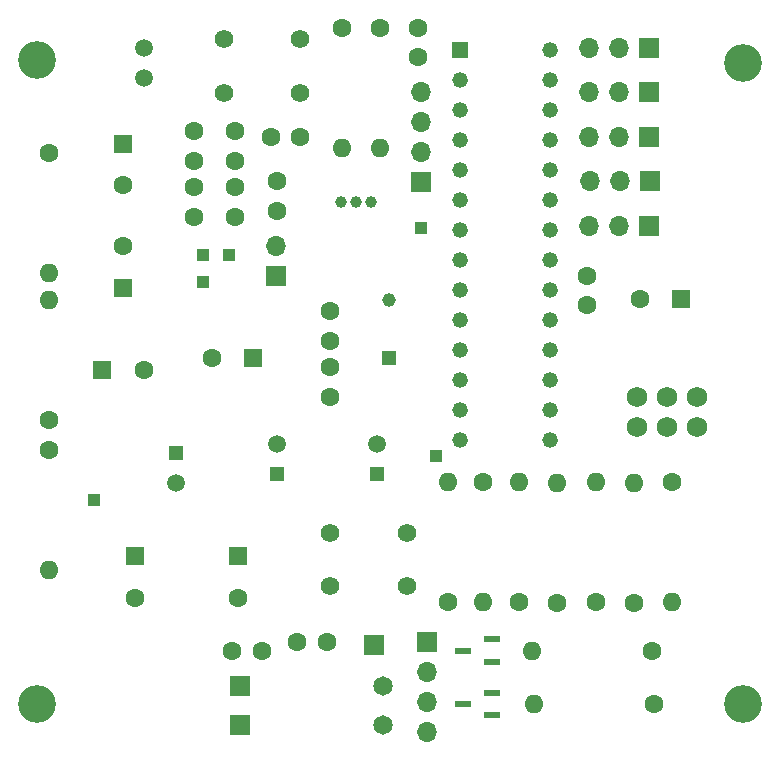
<source format=gbr>
%TF.GenerationSoftware,KiCad,Pcbnew,8.0.5*%
%TF.CreationDate,2024-09-27T23:03:38+12:00*%
%TF.ProjectId,LFR Blake Design 1,4c465220-426c-4616-9b65-204465736967,3*%
%TF.SameCoordinates,Original*%
%TF.FileFunction,Soldermask,Top*%
%TF.FilePolarity,Negative*%
%FSLAX46Y46*%
G04 Gerber Fmt 4.6, Leading zero omitted, Abs format (unit mm)*
G04 Created by KiCad (PCBNEW 8.0.5) date 2024-09-27 23:03:38*
%MOMM*%
%LPD*%
G01*
G04 APERTURE LIST*
%ADD10C,1.600000*%
%ADD11R,1.600000X1.600000*%
%ADD12R,1.700000X1.700000*%
%ADD13O,1.700000X1.700000*%
%ADD14R,1.200000X1.200000*%
%ADD15C,1.500000*%
%ADD16R,1.651000X1.651000*%
%ADD17C,1.651000*%
%ADD18O,1.600000X1.600000*%
%ADD19R,1.320800X0.508000*%
%ADD20C,3.200000*%
%ADD21R,1.000000X1.000000*%
%ADD22C,1.575000*%
%ADD23R,1.155000X1.155000*%
%ADD24C,1.155000*%
%ADD25R,1.320800X1.320800*%
%ADD26C,1.320800*%
%ADD27C,1.000000*%
%ADD28C,1.752600*%
G04 APERTURE END LIST*
D10*
%TO.C,C19*%
X155250000Y-114250000D03*
X152750000Y-114250000D03*
%TD*%
D11*
%TO.C,EC17*%
X154500000Y-89500000D03*
D10*
X151000000Y-89500000D03*
%TD*%
D12*
%TO.C,J7*%
X188025000Y-78250000D03*
D13*
X185485000Y-78250000D03*
X182945000Y-78250000D03*
%TD*%
D14*
%TO.C,D2*%
X148000000Y-97500000D03*
D15*
X148000000Y-100040000D03*
%TD*%
D16*
%TO.C,D9*%
X153403300Y-120500000D03*
D17*
X165493700Y-120500000D03*
%TD*%
D10*
%TO.C,R2*%
X137250000Y-94750000D03*
D18*
X137250000Y-84590000D03*
%TD*%
D19*
%TO.C,U3*%
X174693800Y-119700001D03*
X174693800Y-117799999D03*
X172306200Y-118750000D03*
%TD*%
D20*
%TO.C,H2*%
X196000000Y-64500000D03*
%TD*%
D10*
%TO.C,R4*%
X171000000Y-110160000D03*
D18*
X171000000Y-100000000D03*
%TD*%
D16*
%TO.C,D8*%
X153403300Y-117250000D03*
D17*
X165493700Y-117250000D03*
%TD*%
D20*
%TO.C,H4*%
X196000000Y-118750000D03*
%TD*%
D21*
%TO.C,TP6*%
X150250000Y-83000000D03*
%TD*%
D10*
%TO.C,C2*%
X156500000Y-77000000D03*
X156500000Y-74500000D03*
%TD*%
D11*
%TO.C,EC20*%
X153250000Y-106250000D03*
D10*
X153250000Y-109750000D03*
%TD*%
D11*
%TO.C,EC16*%
X143500000Y-71347349D03*
D10*
X143500000Y-74847349D03*
%TD*%
%TO.C,C5*%
X153000000Y-72750000D03*
X153000000Y-70250000D03*
%TD*%
%TO.C,R5*%
X177000000Y-110160000D03*
D18*
X177000000Y-100000000D03*
%TD*%
D10*
%TO.C,R9*%
X165250000Y-61500000D03*
D18*
X165250000Y-71660000D03*
%TD*%
D21*
%TO.C,TP3*%
X168750000Y-78500000D03*
%TD*%
D10*
%TO.C,R12*%
X174000000Y-100000000D03*
D18*
X174000000Y-110160000D03*
%TD*%
D20*
%TO.C,H1*%
X136250000Y-64250000D03*
%TD*%
D10*
%TO.C,R11*%
X190000000Y-100000000D03*
D18*
X190000000Y-110160000D03*
%TD*%
D22*
%TO.C,S1*%
X161000000Y-108750000D03*
X167500000Y-108750000D03*
X167500000Y-104250000D03*
X161000000Y-104250000D03*
%TD*%
D10*
%TO.C,R10*%
X183500000Y-110160000D03*
D18*
X183500000Y-100000000D03*
%TD*%
D10*
%TO.C,R8*%
X188250000Y-114250000D03*
D18*
X178090000Y-114250000D03*
%TD*%
D10*
%TO.C,R21*%
X180250000Y-110250000D03*
D18*
X180250000Y-100090000D03*
%TD*%
D10*
%TO.C,C7*%
X161000000Y-85500000D03*
X161000000Y-88000000D03*
%TD*%
D19*
%TO.C,U1*%
X174693800Y-115200001D03*
X174693800Y-113299999D03*
X172306200Y-114250000D03*
%TD*%
D10*
%TO.C,Cm2*%
X149500000Y-72750000D03*
X149500000Y-70250000D03*
%TD*%
%TO.C,C9*%
X182750000Y-82500000D03*
X182750000Y-85000000D03*
%TD*%
D21*
%TO.C,TP5*%
X141000000Y-101500000D03*
%TD*%
D12*
%TO.C,J5*%
X188080000Y-74475000D03*
D13*
X185540000Y-74475000D03*
X183000000Y-74475000D03*
%TD*%
D12*
%TO.C,J6*%
X156475000Y-82500000D03*
D13*
X156475000Y-79960000D03*
%TD*%
D12*
%TO.C,J8*%
X164750000Y-113750000D03*
%TD*%
D10*
%TO.C,C3*%
X158500000Y-70750000D03*
X156000000Y-70750000D03*
%TD*%
D12*
%TO.C,J1*%
X169250000Y-113500000D03*
D13*
X169250000Y-116040000D03*
X169250000Y-118580000D03*
X169250000Y-121120000D03*
%TD*%
D10*
%TO.C,R7*%
X162000000Y-61500000D03*
D18*
X162000000Y-71660000D03*
%TD*%
D11*
%TO.C,EC4*%
X141750000Y-90500000D03*
D10*
X145250000Y-90500000D03*
%TD*%
%TO.C,C10*%
X160750000Y-113500000D03*
X158250000Y-113500000D03*
%TD*%
D12*
%TO.C,J3*%
X168750000Y-74580000D03*
D13*
X168750000Y-72040000D03*
X168750000Y-69500000D03*
X168750000Y-66960000D03*
%TD*%
D14*
%TO.C,D3*%
X156500000Y-99290000D03*
D15*
X156500000Y-96750000D03*
%TD*%
D10*
%TO.C,C24*%
X168500000Y-61500000D03*
X168500000Y-64000000D03*
%TD*%
D23*
%TO.C,Y1*%
X166000000Y-89440000D03*
D24*
X166000000Y-84560000D03*
%TD*%
D12*
%TO.C,J11*%
X188025000Y-63250000D03*
D13*
X185485000Y-63250000D03*
X182945000Y-63250000D03*
%TD*%
D21*
%TO.C,TP4*%
X170000000Y-97750000D03*
%TD*%
D10*
%TO.C,R3*%
X137250000Y-97250000D03*
D18*
X137250000Y-107410000D03*
%TD*%
D25*
%TO.C,IC1*%
X172033686Y-63388903D03*
D26*
X172033686Y-65928903D03*
X172033686Y-68468903D03*
X172033686Y-71008903D03*
X172033686Y-73548903D03*
X172033686Y-76088903D03*
X172033686Y-78628903D03*
X172033686Y-81168903D03*
X172033686Y-83708903D03*
X172033686Y-86248903D03*
X172033686Y-88788903D03*
X172033686Y-91328903D03*
X172033686Y-93868903D03*
X172033686Y-96408903D03*
X179653686Y-96408903D03*
X179653686Y-93868903D03*
X179653686Y-91328903D03*
X179653686Y-88788903D03*
X179653686Y-86248903D03*
X179653686Y-83708903D03*
X179653686Y-81168903D03*
X179653686Y-78628903D03*
X179653686Y-76088903D03*
X179653686Y-73548903D03*
X179653686Y-71008903D03*
X179653686Y-68468903D03*
X179653686Y-65928903D03*
X179653686Y-63388903D03*
%TD*%
D27*
%TO.C,IC2*%
X161960000Y-76250000D03*
X163230000Y-76250000D03*
X164500000Y-76250000D03*
%TD*%
D22*
%TO.C,S2*%
X152000000Y-67000000D03*
X158500000Y-67000000D03*
X158500000Y-62500000D03*
X152000000Y-62500000D03*
%TD*%
D11*
%TO.C,EC21*%
X144500000Y-106250000D03*
D10*
X144500000Y-109750000D03*
%TD*%
D15*
%TO.C,D1*%
X145250000Y-63210000D03*
X145250000Y-65750000D03*
%TD*%
D21*
%TO.C,TP1*%
X150250000Y-80750000D03*
%TD*%
D14*
%TO.C,D4*%
X165000000Y-99290000D03*
D15*
X165000000Y-96750000D03*
%TD*%
D11*
%TO.C,EC11*%
X190750000Y-84500000D03*
D10*
X187250000Y-84500000D03*
%TD*%
%TO.C,C8*%
X161000000Y-90250000D03*
X161000000Y-92750000D03*
%TD*%
D12*
%TO.C,J10*%
X188040000Y-66975000D03*
D13*
X185500000Y-66975000D03*
X182960000Y-66975000D03*
%TD*%
D10*
%TO.C,R1*%
X137250000Y-72090000D03*
D18*
X137250000Y-82250000D03*
%TD*%
D10*
%TO.C,R22*%
X186750000Y-110250000D03*
D18*
X186750000Y-100090000D03*
%TD*%
D11*
%TO.C,EC1*%
X143500000Y-83500000D03*
D10*
X143500000Y-80000000D03*
%TD*%
D21*
%TO.C,TP1*%
X152500000Y-80750000D03*
%TD*%
D10*
%TO.C,C14*%
X149500000Y-75000000D03*
X149500000Y-77500000D03*
%TD*%
D20*
%TO.C,H3*%
X136250000Y-118750000D03*
%TD*%
D10*
%TO.C,Cm1*%
X153000000Y-75000000D03*
X153000000Y-77500000D03*
%TD*%
%TO.C,R6*%
X188410000Y-118750000D03*
D18*
X178250000Y-118750000D03*
%TD*%
D12*
%TO.C,J9*%
X188040000Y-70725000D03*
D13*
X185500000Y-70725000D03*
X182960000Y-70725000D03*
%TD*%
D28*
%TO.C,J2*%
X187000000Y-95290000D03*
X187000000Y-92750000D03*
X189540000Y-95290000D03*
X189540000Y-92750000D03*
X192080000Y-95290000D03*
X192080000Y-92750000D03*
%TD*%
M02*

</source>
